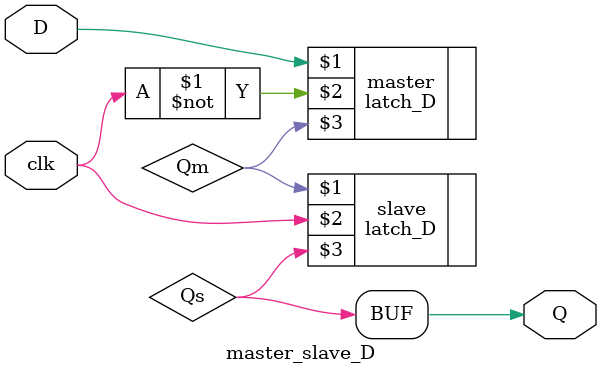
<source format=v>
module master_slave_D(input D, clk, 
			output Q);

	wire Qm, Qs /*synthesis keep*/;
	
	latch_D master(D, ~clk, Qm);
	latch_D slave(Qm, clk, Qs);
	
	assign Q = Qs;
	
endmodule

</source>
